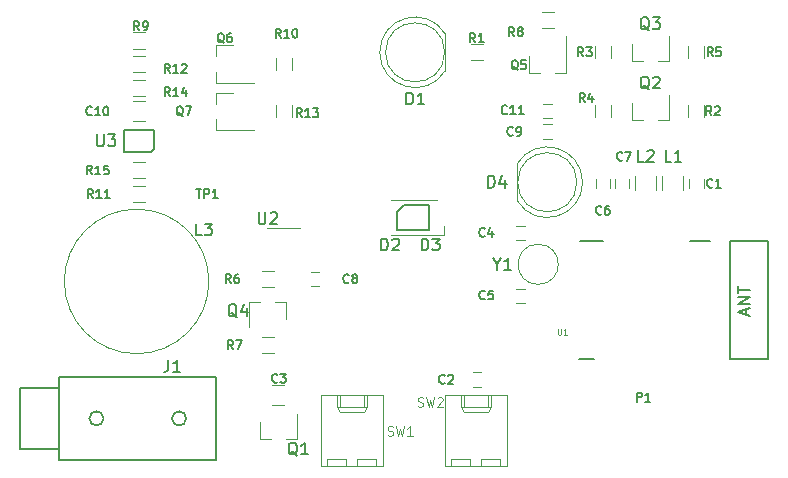
<source format=gto>
G04 #@! TF.GenerationSoftware,KiCad,Pcbnew,5.0.2-bee76a0~70~ubuntu16.04.1*
G04 #@! TF.CreationDate,2019-02-05T22:35:56+05:30*
G04 #@! TF.ProjectId,senseBe_rev1,73656e73-6542-4655-9f72-6576312e6b69,rev?*
G04 #@! TF.SameCoordinates,Original*
G04 #@! TF.FileFunction,Legend,Top*
G04 #@! TF.FilePolarity,Positive*
%FSLAX46Y46*%
G04 Gerber Fmt 4.6, Leading zero omitted, Abs format (unit mm)*
G04 Created by KiCad (PCBNEW 5.0.2-bee76a0~70~ubuntu16.04.1) date Tue Feb  5 22:35:56 2019*
%MOMM*%
%LPD*%
G01*
G04 APERTURE LIST*
%ADD10C,0.120000*%
%ADD11C,0.150000*%
%ADD12C,0.050000*%
%ADD13C,0.127000*%
G04 APERTURE END LIST*
D10*
G04 #@! TO.C,Q3*
X48420000Y-4760000D02*
X49350000Y-4760000D01*
X51580000Y-4760000D02*
X50650000Y-4760000D01*
X51580000Y-4760000D02*
X51580000Y-2600000D01*
X48420000Y-4760000D02*
X48420000Y-3300000D01*
G04 #@! TO.C,R14*
X7200000Y-7680000D02*
X6200000Y-7680000D01*
X6200000Y-6320000D02*
X7200000Y-6320000D01*
G04 #@! TO.C,U2*
X20300000Y-18840000D02*
X17540000Y-18840000D01*
G04 #@! TO.C,C10*
X6200000Y-9850000D02*
X7200000Y-9850000D01*
X7200000Y-8150000D02*
X6200000Y-8150000D01*
D11*
G04 #@! TO.C,U1*
X59999600Y-30003800D02*
X56748400Y-30003800D01*
X43997600Y-30003800D02*
X45267600Y-30003800D01*
X44023000Y-19996200D02*
X45953400Y-19996200D01*
X59999600Y-19996200D02*
X56748400Y-19996200D01*
X53319400Y-19996200D02*
X55072000Y-19996200D01*
X60000000Y-20000000D02*
X60000000Y-30000000D01*
X56750000Y-30000000D02*
X56750000Y-20000000D01*
G04 #@! TO.C,J1*
X3700000Y-35000000D02*
G75*
G03X3700000Y-35000000I-600000J0D01*
G01*
X10700000Y-35000000D02*
G75*
G03X10700000Y-35000000I-600000J0D01*
G01*
X13250000Y-38500000D02*
X13250000Y-31500000D01*
X13250000Y-31500000D02*
X-50000Y-31500000D01*
X-50000Y-31500000D02*
X-50000Y-38500000D01*
X-50000Y-38500000D02*
X13250000Y-38500000D01*
X-3400000Y-37600000D02*
X-3400000Y-32400000D01*
X-3400000Y-37600000D02*
X-50000Y-37600000D01*
X-3400000Y-32400000D02*
X-50000Y-32400000D01*
D10*
G04 #@! TO.C,D3*
X32500000Y-18700000D02*
X32500000Y-19500000D01*
X32500044Y-19500000D02*
X28050000Y-19500000D01*
X31950000Y-16500000D02*
X28050000Y-16500000D01*
G04 #@! TO.C,C1*
X54500000Y-14750000D02*
X54500000Y-15450000D01*
X53300000Y-15450000D02*
X53300000Y-14750000D01*
G04 #@! TO.C,C2*
X35650000Y-32300000D02*
X34950000Y-32300000D01*
X34950000Y-31100000D02*
X35650000Y-31100000D01*
G04 #@! TO.C,C4*
X38650000Y-18700000D02*
X39350000Y-18700000D01*
X39350000Y-19900000D02*
X38650000Y-19900000D01*
G04 #@! TO.C,C5*
X39350000Y-25200000D02*
X38650000Y-25200000D01*
X38650000Y-24000000D02*
X39350000Y-24000000D01*
G04 #@! TO.C,C6*
X45400000Y-15450000D02*
X45400000Y-14750000D01*
X46600000Y-14750000D02*
X46600000Y-15450000D01*
G04 #@! TO.C,C7*
X47000000Y-15450000D02*
X47000000Y-14750000D01*
X48200000Y-14750000D02*
X48200000Y-15450000D01*
G04 #@! TO.C,C8*
X21250000Y-22600000D02*
X21950000Y-22600000D01*
X21950000Y-23800000D02*
X21250000Y-23800000D01*
G04 #@! TO.C,C9*
X41650000Y-11300000D02*
X40950000Y-11300000D01*
X40950000Y-10100000D02*
X41650000Y-10100000D01*
G04 #@! TO.C,C11*
X40950000Y-8400000D02*
X41650000Y-8400000D01*
X41650000Y-9600000D02*
X40950000Y-9600000D01*
G04 #@! TO.C,D1*
X32640000Y-5545000D02*
X32640000Y-2455000D01*
X32580000Y-4000000D02*
G75*
G03X32580000Y-4000000I-2500000J0D01*
G01*
X27090000Y-4000462D02*
G75*
G02X32640000Y-2455170I2990000J462D01*
G01*
X27090000Y-3999538D02*
G75*
G03X32640000Y-5544830I2990000J-462D01*
G01*
D11*
G04 #@! TO.C,D2*
X28572000Y-17534000D02*
X28572000Y-19034000D01*
X29172000Y-16934000D02*
X28572000Y-17534000D01*
X28572000Y-19034000D02*
X31272000Y-19034000D01*
X31272000Y-19034000D02*
X31272000Y-16934000D01*
X31272000Y-16934000D02*
X29172000Y-16934000D01*
D10*
G04 #@! TO.C,D4*
X44260000Y-15000462D02*
G75*
G03X38710000Y-13455170I-2990000J462D01*
G01*
X44260000Y-14999538D02*
G75*
G02X38710000Y-16544830I-2990000J-462D01*
G01*
X43770000Y-15000000D02*
G75*
G03X43770000Y-15000000I-2500000J0D01*
G01*
X38710000Y-13455000D02*
X38710000Y-16545000D01*
G04 #@! TO.C,Q1*
X16920000Y-36760000D02*
X17850000Y-36760000D01*
X20080000Y-36760000D02*
X19150000Y-36760000D01*
X20080000Y-36760000D02*
X20080000Y-34600000D01*
X16920000Y-36760000D02*
X16920000Y-35300000D01*
G04 #@! TO.C,Q2*
X48420000Y-9760000D02*
X48420000Y-8300000D01*
X51580000Y-9760000D02*
X51580000Y-7600000D01*
X51580000Y-9760000D02*
X50650000Y-9760000D01*
X48420000Y-9760000D02*
X49350000Y-9760000D01*
G04 #@! TO.C,Q4*
X19180000Y-25140000D02*
X19180000Y-26600000D01*
X16020000Y-25140000D02*
X16020000Y-27300000D01*
X16020000Y-25140000D02*
X16950000Y-25140000D01*
X19180000Y-25140000D02*
X18250000Y-25140000D01*
G04 #@! TO.C,Q5*
X39720000Y-5760000D02*
X39720000Y-4300000D01*
X42880000Y-5760000D02*
X42880000Y-2600000D01*
X42880000Y-5760000D02*
X41950000Y-5760000D01*
X39720000Y-5760000D02*
X40650000Y-5760000D01*
G04 #@! TO.C,Q6*
X13240000Y-3420000D02*
X13240000Y-4350000D01*
X13240000Y-6580000D02*
X13240000Y-5650000D01*
X13240000Y-6580000D02*
X16400000Y-6580000D01*
X13240000Y-3420000D02*
X14700000Y-3420000D01*
G04 #@! TO.C,Q7*
X13240000Y-7420000D02*
X14700000Y-7420000D01*
X13240000Y-10580000D02*
X16400000Y-10580000D01*
X13240000Y-10580000D02*
X13240000Y-9650000D01*
X13240000Y-7420000D02*
X13240000Y-8350000D01*
G04 #@! TO.C,R1*
X34800000Y-3320000D02*
X35800000Y-3320000D01*
X35800000Y-4680000D02*
X34800000Y-4680000D01*
G04 #@! TO.C,R2*
X53220000Y-9500000D02*
X53220000Y-8500000D01*
X54580000Y-8500000D02*
X54580000Y-9500000D01*
G04 #@! TO.C,R3*
X46680000Y-3500000D02*
X46680000Y-4500000D01*
X45320000Y-4500000D02*
X45320000Y-3500000D01*
G04 #@! TO.C,R4*
X45320000Y-9500000D02*
X45320000Y-8500000D01*
X46680000Y-8500000D02*
X46680000Y-9500000D01*
G04 #@! TO.C,R5*
X54580000Y-3500000D02*
X54580000Y-4500000D01*
X53220000Y-4500000D02*
X53220000Y-3500000D01*
G04 #@! TO.C,R6*
X17100000Y-22520000D02*
X18100000Y-22520000D01*
X18100000Y-23880000D02*
X17100000Y-23880000D01*
G04 #@! TO.C,R7*
X17100000Y-28120000D02*
X18100000Y-28120000D01*
X18100000Y-29480000D02*
X17100000Y-29480000D01*
G04 #@! TO.C,R8*
X40800000Y-620000D02*
X41800000Y-620000D01*
X41800000Y-1980000D02*
X40800000Y-1980000D01*
G04 #@! TO.C,R9*
X7200000Y-3680000D02*
X6200000Y-3680000D01*
X6200000Y-2320000D02*
X7200000Y-2320000D01*
G04 #@! TO.C,R10*
X19680000Y-4500000D02*
X19680000Y-5500000D01*
X18320000Y-5500000D02*
X18320000Y-4500000D01*
G04 #@! TO.C,R11*
X7200000Y-16680000D02*
X6200000Y-16680000D01*
X6200000Y-15320000D02*
X7200000Y-15320000D01*
G04 #@! TO.C,R12*
X6200000Y-4320000D02*
X7200000Y-4320000D01*
X7200000Y-5680000D02*
X6200000Y-5680000D01*
G04 #@! TO.C,R13*
X18320000Y-9500000D02*
X18320000Y-8500000D01*
X19680000Y-8500000D02*
X19680000Y-9500000D01*
G04 #@! TO.C,R15*
X6200000Y-13320000D02*
X7200000Y-13320000D01*
X7200000Y-14680000D02*
X6200000Y-14680000D01*
G04 #@! TO.C,SW1*
X22660000Y-38400000D02*
X22660000Y-39020000D01*
X24260000Y-38400000D02*
X22660000Y-38400000D01*
X24260000Y-39020000D02*
X24260000Y-38400000D01*
X25200000Y-38400000D02*
X25200000Y-39020000D01*
X26800000Y-38400000D02*
X25200000Y-38400000D01*
X26800000Y-39020000D02*
X26800000Y-38400000D01*
X23710000Y-33020000D02*
X23710000Y-34020000D01*
X25750000Y-33020000D02*
X25750000Y-34020000D01*
X23710000Y-34450000D02*
X23460000Y-34020000D01*
X25750000Y-34450000D02*
X23710000Y-34450000D01*
X26000000Y-34020000D02*
X25750000Y-34450000D01*
X23460000Y-34020000D02*
X23460000Y-33020000D01*
X26000000Y-34020000D02*
X23460000Y-34020000D01*
X26000000Y-33020000D02*
X26000000Y-34020000D01*
X22090000Y-39020000D02*
X27370000Y-39020000D01*
X22090000Y-33020000D02*
X22090000Y-39020000D01*
X27370000Y-33020000D02*
X22090000Y-33020000D01*
X27370000Y-39020000D02*
X27370000Y-33020000D01*
G04 #@! TO.C,SW2*
X37870000Y-39020000D02*
X37870000Y-33020000D01*
X37870000Y-33020000D02*
X32590000Y-33020000D01*
X32590000Y-33020000D02*
X32590000Y-39020000D01*
X32590000Y-39020000D02*
X37870000Y-39020000D01*
X36500000Y-33020000D02*
X36500000Y-34020000D01*
X36500000Y-34020000D02*
X33960000Y-34020000D01*
X33960000Y-34020000D02*
X33960000Y-33020000D01*
X36500000Y-34020000D02*
X36250000Y-34450000D01*
X36250000Y-34450000D02*
X34210000Y-34450000D01*
X34210000Y-34450000D02*
X33960000Y-34020000D01*
X36250000Y-33020000D02*
X36250000Y-34020000D01*
X34210000Y-33020000D02*
X34210000Y-34020000D01*
X37300000Y-39020000D02*
X37300000Y-38400000D01*
X37300000Y-38400000D02*
X35700000Y-38400000D01*
X35700000Y-38400000D02*
X35700000Y-39020000D01*
X34760000Y-39020000D02*
X34760000Y-38400000D01*
X34760000Y-38400000D02*
X33160000Y-38400000D01*
X33160000Y-38400000D02*
X33160000Y-39020000D01*
D11*
G04 #@! TO.C,U3*
X7700000Y-12400000D02*
X8000000Y-12200000D01*
X8000000Y-12200000D02*
X8000000Y-10600000D01*
X7700000Y-12400000D02*
X5400000Y-12400000D01*
X5400000Y-12400000D02*
X5400000Y-10600000D01*
X5400000Y-10600000D02*
X8000000Y-10600000D01*
D10*
G04 #@! TO.C,Y1*
X40500000Y-23650000D02*
G75*
G03X40500000Y-20250000I0J1700000D01*
G01*
X40500000Y-23650000D02*
G75*
G02X40500000Y-20250000I0J1700000D01*
G01*
G04 #@! TO.C,C3*
X18000000Y-33850000D02*
X19000000Y-33850000D01*
X19000000Y-32150000D02*
X18000000Y-32150000D01*
G04 #@! TO.C,L1*
X51020000Y-15700000D02*
X51020000Y-14500000D01*
X52780000Y-14500000D02*
X52780000Y-15700000D01*
G04 #@! TO.C,L2*
X48720000Y-15700000D02*
X48720000Y-14500000D01*
X50480000Y-14500000D02*
X50480000Y-15700000D01*
G04 #@! TO.C,L3*
X12620000Y-23400000D02*
G75*
G03X12620000Y-23400000I-6120000J0D01*
G01*
G04 #@! TO.C,Q3*
D11*
X49904761Y-2147619D02*
X49809523Y-2100000D01*
X49714285Y-2004761D01*
X49571428Y-1861904D01*
X49476190Y-1814285D01*
X49380952Y-1814285D01*
X49428571Y-2052380D02*
X49333333Y-2004761D01*
X49238095Y-1909523D01*
X49190476Y-1719047D01*
X49190476Y-1385714D01*
X49238095Y-1195238D01*
X49333333Y-1100000D01*
X49428571Y-1052380D01*
X49619047Y-1052380D01*
X49714285Y-1100000D01*
X49809523Y-1195238D01*
X49857142Y-1385714D01*
X49857142Y-1719047D01*
X49809523Y-1909523D01*
X49714285Y-2004761D01*
X49619047Y-2052380D01*
X49428571Y-2052380D01*
X50190476Y-1052380D02*
X50809523Y-1052380D01*
X50476190Y-1433333D01*
X50619047Y-1433333D01*
X50714285Y-1480952D01*
X50761904Y-1528571D01*
X50809523Y-1623809D01*
X50809523Y-1861904D01*
X50761904Y-1957142D01*
X50714285Y-2004761D01*
X50619047Y-2052380D01*
X50333333Y-2052380D01*
X50238095Y-2004761D01*
X50190476Y-1957142D01*
G04 #@! TO.C,R14*
X9317857Y-7729285D02*
X9067857Y-7372142D01*
X8889285Y-7729285D02*
X8889285Y-6979285D01*
X9175000Y-6979285D01*
X9246428Y-7015000D01*
X9282142Y-7050714D01*
X9317857Y-7122142D01*
X9317857Y-7229285D01*
X9282142Y-7300714D01*
X9246428Y-7336428D01*
X9175000Y-7372142D01*
X8889285Y-7372142D01*
X10032142Y-7729285D02*
X9603571Y-7729285D01*
X9817857Y-7729285D02*
X9817857Y-6979285D01*
X9746428Y-7086428D01*
X9675000Y-7157857D01*
X9603571Y-7193571D01*
X10675000Y-7229285D02*
X10675000Y-7729285D01*
X10496428Y-6943571D02*
X10317857Y-7479285D01*
X10782142Y-7479285D01*
G04 #@! TO.C,U2*
X16838095Y-17552380D02*
X16838095Y-18361904D01*
X16885714Y-18457142D01*
X16933333Y-18504761D01*
X17028571Y-18552380D01*
X17219047Y-18552380D01*
X17314285Y-18504761D01*
X17361904Y-18457142D01*
X17409523Y-18361904D01*
X17409523Y-17552380D01*
X17838095Y-17647619D02*
X17885714Y-17600000D01*
X17980952Y-17552380D01*
X18219047Y-17552380D01*
X18314285Y-17600000D01*
X18361904Y-17647619D01*
X18409523Y-17742857D01*
X18409523Y-17838095D01*
X18361904Y-17980952D01*
X17790476Y-18552380D01*
X18409523Y-18552380D01*
G04 #@! TO.C,C10*
X2692857Y-9267857D02*
X2657142Y-9303571D01*
X2550000Y-9339285D01*
X2478571Y-9339285D01*
X2371428Y-9303571D01*
X2300000Y-9232142D01*
X2264285Y-9160714D01*
X2228571Y-9017857D01*
X2228571Y-8910714D01*
X2264285Y-8767857D01*
X2300000Y-8696428D01*
X2371428Y-8625000D01*
X2478571Y-8589285D01*
X2550000Y-8589285D01*
X2657142Y-8625000D01*
X2692857Y-8660714D01*
X3407142Y-9339285D02*
X2978571Y-9339285D01*
X3192857Y-9339285D02*
X3192857Y-8589285D01*
X3121428Y-8696428D01*
X3050000Y-8767857D01*
X2978571Y-8803571D01*
X3871428Y-8589285D02*
X3942857Y-8589285D01*
X4014285Y-8625000D01*
X4050000Y-8660714D01*
X4085714Y-8732142D01*
X4121428Y-8875000D01*
X4121428Y-9053571D01*
X4085714Y-9196428D01*
X4050000Y-9267857D01*
X4014285Y-9303571D01*
X3942857Y-9339285D01*
X3871428Y-9339285D01*
X3800000Y-9303571D01*
X3764285Y-9267857D01*
X3728571Y-9196428D01*
X3692857Y-9053571D01*
X3692857Y-8875000D01*
X3728571Y-8732142D01*
X3764285Y-8660714D01*
X3800000Y-8625000D01*
X3871428Y-8589285D01*
G04 #@! TO.C,U1*
D12*
X42164047Y-27412190D02*
X42164047Y-27816952D01*
X42187857Y-27864571D01*
X42211666Y-27888380D01*
X42259285Y-27912190D01*
X42354523Y-27912190D01*
X42402142Y-27888380D01*
X42425952Y-27864571D01*
X42449761Y-27816952D01*
X42449761Y-27412190D01*
X42949761Y-27912190D02*
X42664047Y-27912190D01*
X42806904Y-27912190D02*
X42806904Y-27412190D01*
X42759285Y-27483619D01*
X42711666Y-27531238D01*
X42664047Y-27555047D01*
D11*
X58116666Y-26192857D02*
X58116666Y-25716666D01*
X58402380Y-26288095D02*
X57402380Y-25954761D01*
X58402380Y-25621428D01*
X58402380Y-25288095D02*
X57402380Y-25288095D01*
X58402380Y-24716666D01*
X57402380Y-24716666D01*
X57402380Y-24383333D02*
X57402380Y-23811904D01*
X58402380Y-24097619D02*
X57402380Y-24097619D01*
G04 #@! TO.C,J1*
X9191666Y-30059380D02*
X9191666Y-30773666D01*
X9144047Y-30916523D01*
X9048809Y-31011761D01*
X8905952Y-31059380D01*
X8810714Y-31059380D01*
X10191666Y-31059380D02*
X9620238Y-31059380D01*
X9905952Y-31059380D02*
X9905952Y-30059380D01*
X9810714Y-30202238D01*
X9715476Y-30297476D01*
X9620238Y-30345095D01*
G04 #@! TO.C,D3*
X30630904Y-20772380D02*
X30630904Y-19772380D01*
X30869000Y-19772380D01*
X31011857Y-19820000D01*
X31107095Y-19915238D01*
X31154714Y-20010476D01*
X31202333Y-20200952D01*
X31202333Y-20343809D01*
X31154714Y-20534285D01*
X31107095Y-20629523D01*
X31011857Y-20724761D01*
X30869000Y-20772380D01*
X30630904Y-20772380D01*
X31535666Y-19772380D02*
X32154714Y-19772380D01*
X31821380Y-20153333D01*
X31964238Y-20153333D01*
X32059476Y-20200952D01*
X32107095Y-20248571D01*
X32154714Y-20343809D01*
X32154714Y-20581904D01*
X32107095Y-20677142D01*
X32059476Y-20724761D01*
X31964238Y-20772380D01*
X31678523Y-20772380D01*
X31583285Y-20724761D01*
X31535666Y-20677142D01*
G04 #@! TO.C,C1*
X55247000Y-15380857D02*
X55211285Y-15416571D01*
X55104142Y-15452285D01*
X55032714Y-15452285D01*
X54925571Y-15416571D01*
X54854142Y-15345142D01*
X54818428Y-15273714D01*
X54782714Y-15130857D01*
X54782714Y-15023714D01*
X54818428Y-14880857D01*
X54854142Y-14809428D01*
X54925571Y-14738000D01*
X55032714Y-14702285D01*
X55104142Y-14702285D01*
X55211285Y-14738000D01*
X55247000Y-14773714D01*
X55961285Y-15452285D02*
X55532714Y-15452285D01*
X55747000Y-15452285D02*
X55747000Y-14702285D01*
X55675571Y-14809428D01*
X55604142Y-14880857D01*
X55532714Y-14916571D01*
G04 #@! TO.C,C2*
X32575000Y-31987857D02*
X32539285Y-32023571D01*
X32432142Y-32059285D01*
X32360714Y-32059285D01*
X32253571Y-32023571D01*
X32182142Y-31952142D01*
X32146428Y-31880714D01*
X32110714Y-31737857D01*
X32110714Y-31630714D01*
X32146428Y-31487857D01*
X32182142Y-31416428D01*
X32253571Y-31345000D01*
X32360714Y-31309285D01*
X32432142Y-31309285D01*
X32539285Y-31345000D01*
X32575000Y-31380714D01*
X32860714Y-31380714D02*
X32896428Y-31345000D01*
X32967857Y-31309285D01*
X33146428Y-31309285D01*
X33217857Y-31345000D01*
X33253571Y-31380714D01*
X33289285Y-31452142D01*
X33289285Y-31523571D01*
X33253571Y-31630714D01*
X32825000Y-32059285D01*
X33289285Y-32059285D01*
G04 #@! TO.C,C4*
X35975000Y-19547857D02*
X35939285Y-19583571D01*
X35832142Y-19619285D01*
X35760714Y-19619285D01*
X35653571Y-19583571D01*
X35582142Y-19512142D01*
X35546428Y-19440714D01*
X35510714Y-19297857D01*
X35510714Y-19190714D01*
X35546428Y-19047857D01*
X35582142Y-18976428D01*
X35653571Y-18905000D01*
X35760714Y-18869285D01*
X35832142Y-18869285D01*
X35939285Y-18905000D01*
X35975000Y-18940714D01*
X36617857Y-19119285D02*
X36617857Y-19619285D01*
X36439285Y-18833571D02*
X36260714Y-19369285D01*
X36725000Y-19369285D01*
G04 #@! TO.C,C5*
X35975000Y-24847857D02*
X35939285Y-24883571D01*
X35832142Y-24919285D01*
X35760714Y-24919285D01*
X35653571Y-24883571D01*
X35582142Y-24812142D01*
X35546428Y-24740714D01*
X35510714Y-24597857D01*
X35510714Y-24490714D01*
X35546428Y-24347857D01*
X35582142Y-24276428D01*
X35653571Y-24205000D01*
X35760714Y-24169285D01*
X35832142Y-24169285D01*
X35939285Y-24205000D01*
X35975000Y-24240714D01*
X36653571Y-24169285D02*
X36296428Y-24169285D01*
X36260714Y-24526428D01*
X36296428Y-24490714D01*
X36367857Y-24455000D01*
X36546428Y-24455000D01*
X36617857Y-24490714D01*
X36653571Y-24526428D01*
X36689285Y-24597857D01*
X36689285Y-24776428D01*
X36653571Y-24847857D01*
X36617857Y-24883571D01*
X36546428Y-24919285D01*
X36367857Y-24919285D01*
X36296428Y-24883571D01*
X36260714Y-24847857D01*
G04 #@! TO.C,C6*
X45849000Y-17666857D02*
X45813285Y-17702571D01*
X45706142Y-17738285D01*
X45634714Y-17738285D01*
X45527571Y-17702571D01*
X45456142Y-17631142D01*
X45420428Y-17559714D01*
X45384714Y-17416857D01*
X45384714Y-17309714D01*
X45420428Y-17166857D01*
X45456142Y-17095428D01*
X45527571Y-17024000D01*
X45634714Y-16988285D01*
X45706142Y-16988285D01*
X45813285Y-17024000D01*
X45849000Y-17059714D01*
X46491857Y-16988285D02*
X46349000Y-16988285D01*
X46277571Y-17024000D01*
X46241857Y-17059714D01*
X46170428Y-17166857D01*
X46134714Y-17309714D01*
X46134714Y-17595428D01*
X46170428Y-17666857D01*
X46206142Y-17702571D01*
X46277571Y-17738285D01*
X46420428Y-17738285D01*
X46491857Y-17702571D01*
X46527571Y-17666857D01*
X46563285Y-17595428D01*
X46563285Y-17416857D01*
X46527571Y-17345428D01*
X46491857Y-17309714D01*
X46420428Y-17274000D01*
X46277571Y-17274000D01*
X46206142Y-17309714D01*
X46170428Y-17345428D01*
X46134714Y-17416857D01*
G04 #@! TO.C,C7*
X47627000Y-13094857D02*
X47591285Y-13130571D01*
X47484142Y-13166285D01*
X47412714Y-13166285D01*
X47305571Y-13130571D01*
X47234142Y-13059142D01*
X47198428Y-12987714D01*
X47162714Y-12844857D01*
X47162714Y-12737714D01*
X47198428Y-12594857D01*
X47234142Y-12523428D01*
X47305571Y-12452000D01*
X47412714Y-12416285D01*
X47484142Y-12416285D01*
X47591285Y-12452000D01*
X47627000Y-12487714D01*
X47877000Y-12416285D02*
X48377000Y-12416285D01*
X48055571Y-13166285D01*
G04 #@! TO.C,C8*
X24475000Y-23467857D02*
X24439285Y-23503571D01*
X24332142Y-23539285D01*
X24260714Y-23539285D01*
X24153571Y-23503571D01*
X24082142Y-23432142D01*
X24046428Y-23360714D01*
X24010714Y-23217857D01*
X24010714Y-23110714D01*
X24046428Y-22967857D01*
X24082142Y-22896428D01*
X24153571Y-22825000D01*
X24260714Y-22789285D01*
X24332142Y-22789285D01*
X24439285Y-22825000D01*
X24475000Y-22860714D01*
X24903571Y-23110714D02*
X24832142Y-23075000D01*
X24796428Y-23039285D01*
X24760714Y-22967857D01*
X24760714Y-22932142D01*
X24796428Y-22860714D01*
X24832142Y-22825000D01*
X24903571Y-22789285D01*
X25046428Y-22789285D01*
X25117857Y-22825000D01*
X25153571Y-22860714D01*
X25189285Y-22932142D01*
X25189285Y-22967857D01*
X25153571Y-23039285D01*
X25117857Y-23075000D01*
X25046428Y-23110714D01*
X24903571Y-23110714D01*
X24832142Y-23146428D01*
X24796428Y-23182142D01*
X24760714Y-23253571D01*
X24760714Y-23396428D01*
X24796428Y-23467857D01*
X24832142Y-23503571D01*
X24903571Y-23539285D01*
X25046428Y-23539285D01*
X25117857Y-23503571D01*
X25153571Y-23467857D01*
X25189285Y-23396428D01*
X25189285Y-23253571D01*
X25153571Y-23182142D01*
X25117857Y-23146428D01*
X25046428Y-23110714D01*
G04 #@! TO.C,C9*
X38356000Y-10987857D02*
X38320285Y-11023571D01*
X38213142Y-11059285D01*
X38141714Y-11059285D01*
X38034571Y-11023571D01*
X37963142Y-10952142D01*
X37927428Y-10880714D01*
X37891714Y-10737857D01*
X37891714Y-10630714D01*
X37927428Y-10487857D01*
X37963142Y-10416428D01*
X38034571Y-10345000D01*
X38141714Y-10309285D01*
X38213142Y-10309285D01*
X38320285Y-10345000D01*
X38356000Y-10380714D01*
X38713142Y-11059285D02*
X38856000Y-11059285D01*
X38927428Y-11023571D01*
X38963142Y-10987857D01*
X39034571Y-10880714D01*
X39070285Y-10737857D01*
X39070285Y-10452142D01*
X39034571Y-10380714D01*
X38998857Y-10345000D01*
X38927428Y-10309285D01*
X38784571Y-10309285D01*
X38713142Y-10345000D01*
X38677428Y-10380714D01*
X38641714Y-10452142D01*
X38641714Y-10630714D01*
X38677428Y-10702142D01*
X38713142Y-10737857D01*
X38784571Y-10773571D01*
X38927428Y-10773571D01*
X38998857Y-10737857D01*
X39034571Y-10702142D01*
X39070285Y-10630714D01*
G04 #@! TO.C,C11*
X37871857Y-9157857D02*
X37836142Y-9193571D01*
X37729000Y-9229285D01*
X37657571Y-9229285D01*
X37550428Y-9193571D01*
X37479000Y-9122142D01*
X37443285Y-9050714D01*
X37407571Y-8907857D01*
X37407571Y-8800714D01*
X37443285Y-8657857D01*
X37479000Y-8586428D01*
X37550428Y-8515000D01*
X37657571Y-8479285D01*
X37729000Y-8479285D01*
X37836142Y-8515000D01*
X37871857Y-8550714D01*
X38586142Y-9229285D02*
X38157571Y-9229285D01*
X38371857Y-9229285D02*
X38371857Y-8479285D01*
X38300428Y-8586428D01*
X38229000Y-8657857D01*
X38157571Y-8693571D01*
X39300428Y-9229285D02*
X38871857Y-9229285D01*
X39086142Y-9229285D02*
X39086142Y-8479285D01*
X39014714Y-8586428D01*
X38943285Y-8657857D01*
X38871857Y-8693571D01*
G04 #@! TO.C,D1*
X29341904Y-8412380D02*
X29341904Y-7412380D01*
X29580000Y-7412380D01*
X29722857Y-7460000D01*
X29818095Y-7555238D01*
X29865714Y-7650476D01*
X29913333Y-7840952D01*
X29913333Y-7983809D01*
X29865714Y-8174285D01*
X29818095Y-8269523D01*
X29722857Y-8364761D01*
X29580000Y-8412380D01*
X29341904Y-8412380D01*
X30865714Y-8412380D02*
X30294285Y-8412380D01*
X30580000Y-8412380D02*
X30580000Y-7412380D01*
X30484761Y-7555238D01*
X30389523Y-7650476D01*
X30294285Y-7698095D01*
G04 #@! TO.C,D2*
X27201904Y-20772380D02*
X27201904Y-19772380D01*
X27440000Y-19772380D01*
X27582857Y-19820000D01*
X27678095Y-19915238D01*
X27725714Y-20010476D01*
X27773333Y-20200952D01*
X27773333Y-20343809D01*
X27725714Y-20534285D01*
X27678095Y-20629523D01*
X27582857Y-20724761D01*
X27440000Y-20772380D01*
X27201904Y-20772380D01*
X28154285Y-19867619D02*
X28201904Y-19820000D01*
X28297142Y-19772380D01*
X28535238Y-19772380D01*
X28630476Y-19820000D01*
X28678095Y-19867619D01*
X28725714Y-19962857D01*
X28725714Y-20058095D01*
X28678095Y-20200952D01*
X28106666Y-20772380D01*
X28725714Y-20772380D01*
G04 #@! TO.C,D4*
X36261904Y-15452380D02*
X36261904Y-14452380D01*
X36500000Y-14452380D01*
X36642857Y-14500000D01*
X36738095Y-14595238D01*
X36785714Y-14690476D01*
X36833333Y-14880952D01*
X36833333Y-15023809D01*
X36785714Y-15214285D01*
X36738095Y-15309523D01*
X36642857Y-15404761D01*
X36500000Y-15452380D01*
X36261904Y-15452380D01*
X37690476Y-14785714D02*
X37690476Y-15452380D01*
X37452380Y-14404761D02*
X37214285Y-15119047D01*
X37833333Y-15119047D01*
G04 #@! TO.C,P1*
D13*
X48837571Y-33574712D02*
X48837571Y-32812712D01*
X49127857Y-32812712D01*
X49200428Y-32848998D01*
X49236714Y-32885283D01*
X49273000Y-32957855D01*
X49273000Y-33066712D01*
X49236714Y-33139283D01*
X49200428Y-33175569D01*
X49127857Y-33211855D01*
X48837571Y-33211855D01*
X49998714Y-33574712D02*
X49563285Y-33574712D01*
X49781000Y-33574712D02*
X49781000Y-32812712D01*
X49708428Y-32921569D01*
X49635857Y-32994140D01*
X49563285Y-33030426D01*
G04 #@! TO.C,Q1*
D11*
X20097761Y-38139619D02*
X20002523Y-38092000D01*
X19907285Y-37996761D01*
X19764428Y-37853904D01*
X19669190Y-37806285D01*
X19573952Y-37806285D01*
X19621571Y-38044380D02*
X19526333Y-37996761D01*
X19431095Y-37901523D01*
X19383476Y-37711047D01*
X19383476Y-37377714D01*
X19431095Y-37187238D01*
X19526333Y-37092000D01*
X19621571Y-37044380D01*
X19812047Y-37044380D01*
X19907285Y-37092000D01*
X20002523Y-37187238D01*
X20050142Y-37377714D01*
X20050142Y-37711047D01*
X20002523Y-37901523D01*
X19907285Y-37996761D01*
X19812047Y-38044380D01*
X19621571Y-38044380D01*
X21002523Y-38044380D02*
X20431095Y-38044380D01*
X20716809Y-38044380D02*
X20716809Y-37044380D01*
X20621571Y-37187238D01*
X20526333Y-37282476D01*
X20431095Y-37330095D01*
G04 #@! TO.C,Q2*
X49904761Y-7147619D02*
X49809523Y-7100000D01*
X49714285Y-7004761D01*
X49571428Y-6861904D01*
X49476190Y-6814285D01*
X49380952Y-6814285D01*
X49428571Y-7052380D02*
X49333333Y-7004761D01*
X49238095Y-6909523D01*
X49190476Y-6719047D01*
X49190476Y-6385714D01*
X49238095Y-6195238D01*
X49333333Y-6100000D01*
X49428571Y-6052380D01*
X49619047Y-6052380D01*
X49714285Y-6100000D01*
X49809523Y-6195238D01*
X49857142Y-6385714D01*
X49857142Y-6719047D01*
X49809523Y-6909523D01*
X49714285Y-7004761D01*
X49619047Y-7052380D01*
X49428571Y-7052380D01*
X50238095Y-6147619D02*
X50285714Y-6100000D01*
X50380952Y-6052380D01*
X50619047Y-6052380D01*
X50714285Y-6100000D01*
X50761904Y-6147619D01*
X50809523Y-6242857D01*
X50809523Y-6338095D01*
X50761904Y-6480952D01*
X50190476Y-7052380D01*
X50809523Y-7052380D01*
G04 #@! TO.C,Q4*
X15004761Y-26447619D02*
X14909523Y-26400000D01*
X14814285Y-26304761D01*
X14671428Y-26161904D01*
X14576190Y-26114285D01*
X14480952Y-26114285D01*
X14528571Y-26352380D02*
X14433333Y-26304761D01*
X14338095Y-26209523D01*
X14290476Y-26019047D01*
X14290476Y-25685714D01*
X14338095Y-25495238D01*
X14433333Y-25400000D01*
X14528571Y-25352380D01*
X14719047Y-25352380D01*
X14814285Y-25400000D01*
X14909523Y-25495238D01*
X14957142Y-25685714D01*
X14957142Y-26019047D01*
X14909523Y-26209523D01*
X14814285Y-26304761D01*
X14719047Y-26352380D01*
X14528571Y-26352380D01*
X15814285Y-25685714D02*
X15814285Y-26352380D01*
X15576190Y-25304761D02*
X15338095Y-26019047D01*
X15957142Y-26019047D01*
G04 #@! TO.C,Q5*
X38790571Y-5490714D02*
X38719142Y-5455000D01*
X38647714Y-5383571D01*
X38540571Y-5276428D01*
X38469142Y-5240714D01*
X38397714Y-5240714D01*
X38433428Y-5419285D02*
X38362000Y-5383571D01*
X38290571Y-5312142D01*
X38254857Y-5169285D01*
X38254857Y-4919285D01*
X38290571Y-4776428D01*
X38362000Y-4705000D01*
X38433428Y-4669285D01*
X38576285Y-4669285D01*
X38647714Y-4705000D01*
X38719142Y-4776428D01*
X38754857Y-4919285D01*
X38754857Y-5169285D01*
X38719142Y-5312142D01*
X38647714Y-5383571D01*
X38576285Y-5419285D01*
X38433428Y-5419285D01*
X39433428Y-4669285D02*
X39076285Y-4669285D01*
X39040571Y-5026428D01*
X39076285Y-4990714D01*
X39147714Y-4955000D01*
X39326285Y-4955000D01*
X39397714Y-4990714D01*
X39433428Y-5026428D01*
X39469142Y-5097857D01*
X39469142Y-5276428D01*
X39433428Y-5347857D01*
X39397714Y-5383571D01*
X39326285Y-5419285D01*
X39147714Y-5419285D01*
X39076285Y-5383571D01*
X39040571Y-5347857D01*
G04 #@! TO.C,Q6*
X13898571Y-3204714D02*
X13827142Y-3169000D01*
X13755714Y-3097571D01*
X13648571Y-2990428D01*
X13577142Y-2954714D01*
X13505714Y-2954714D01*
X13541428Y-3133285D02*
X13470000Y-3097571D01*
X13398571Y-3026142D01*
X13362857Y-2883285D01*
X13362857Y-2633285D01*
X13398571Y-2490428D01*
X13470000Y-2419000D01*
X13541428Y-2383285D01*
X13684285Y-2383285D01*
X13755714Y-2419000D01*
X13827142Y-2490428D01*
X13862857Y-2633285D01*
X13862857Y-2883285D01*
X13827142Y-3026142D01*
X13755714Y-3097571D01*
X13684285Y-3133285D01*
X13541428Y-3133285D01*
X14505714Y-2383285D02*
X14362857Y-2383285D01*
X14291428Y-2419000D01*
X14255714Y-2454714D01*
X14184285Y-2561857D01*
X14148571Y-2704714D01*
X14148571Y-2990428D01*
X14184285Y-3061857D01*
X14220000Y-3097571D01*
X14291428Y-3133285D01*
X14434285Y-3133285D01*
X14505714Y-3097571D01*
X14541428Y-3061857D01*
X14577142Y-2990428D01*
X14577142Y-2811857D01*
X14541428Y-2740428D01*
X14505714Y-2704714D01*
X14434285Y-2669000D01*
X14291428Y-2669000D01*
X14220000Y-2704714D01*
X14184285Y-2740428D01*
X14148571Y-2811857D01*
G04 #@! TO.C,Q7*
X10428571Y-9410714D02*
X10357142Y-9375000D01*
X10285714Y-9303571D01*
X10178571Y-9196428D01*
X10107142Y-9160714D01*
X10035714Y-9160714D01*
X10071428Y-9339285D02*
X10000000Y-9303571D01*
X9928571Y-9232142D01*
X9892857Y-9089285D01*
X9892857Y-8839285D01*
X9928571Y-8696428D01*
X10000000Y-8625000D01*
X10071428Y-8589285D01*
X10214285Y-8589285D01*
X10285714Y-8625000D01*
X10357142Y-8696428D01*
X10392857Y-8839285D01*
X10392857Y-9089285D01*
X10357142Y-9232142D01*
X10285714Y-9303571D01*
X10214285Y-9339285D01*
X10071428Y-9339285D01*
X10642857Y-8589285D02*
X11142857Y-8589285D01*
X10821428Y-9339285D01*
G04 #@! TO.C,R1*
X35181000Y-3133285D02*
X34931000Y-2776142D01*
X34752428Y-3133285D02*
X34752428Y-2383285D01*
X35038142Y-2383285D01*
X35109571Y-2419000D01*
X35145285Y-2454714D01*
X35181000Y-2526142D01*
X35181000Y-2633285D01*
X35145285Y-2704714D01*
X35109571Y-2740428D01*
X35038142Y-2776142D01*
X34752428Y-2776142D01*
X35895285Y-3133285D02*
X35466714Y-3133285D01*
X35681000Y-3133285D02*
X35681000Y-2383285D01*
X35609571Y-2490428D01*
X35538142Y-2561857D01*
X35466714Y-2597571D01*
G04 #@! TO.C,R2*
X55175000Y-9339285D02*
X54925000Y-8982142D01*
X54746428Y-9339285D02*
X54746428Y-8589285D01*
X55032142Y-8589285D01*
X55103571Y-8625000D01*
X55139285Y-8660714D01*
X55175000Y-8732142D01*
X55175000Y-8839285D01*
X55139285Y-8910714D01*
X55103571Y-8946428D01*
X55032142Y-8982142D01*
X54746428Y-8982142D01*
X55460714Y-8660714D02*
X55496428Y-8625000D01*
X55567857Y-8589285D01*
X55746428Y-8589285D01*
X55817857Y-8625000D01*
X55853571Y-8660714D01*
X55889285Y-8732142D01*
X55889285Y-8803571D01*
X55853571Y-8910714D01*
X55425000Y-9339285D01*
X55889285Y-9339285D01*
G04 #@! TO.C,R3*
X44325000Y-4339285D02*
X44075000Y-3982142D01*
X43896428Y-4339285D02*
X43896428Y-3589285D01*
X44182142Y-3589285D01*
X44253571Y-3625000D01*
X44289285Y-3660714D01*
X44325000Y-3732142D01*
X44325000Y-3839285D01*
X44289285Y-3910714D01*
X44253571Y-3946428D01*
X44182142Y-3982142D01*
X43896428Y-3982142D01*
X44575000Y-3589285D02*
X45039285Y-3589285D01*
X44789285Y-3875000D01*
X44896428Y-3875000D01*
X44967857Y-3910714D01*
X45003571Y-3946428D01*
X45039285Y-4017857D01*
X45039285Y-4196428D01*
X45003571Y-4267857D01*
X44967857Y-4303571D01*
X44896428Y-4339285D01*
X44682142Y-4339285D01*
X44610714Y-4303571D01*
X44575000Y-4267857D01*
G04 #@! TO.C,R4*
X44452000Y-8213285D02*
X44202000Y-7856142D01*
X44023428Y-8213285D02*
X44023428Y-7463285D01*
X44309142Y-7463285D01*
X44380571Y-7499000D01*
X44416285Y-7534714D01*
X44452000Y-7606142D01*
X44452000Y-7713285D01*
X44416285Y-7784714D01*
X44380571Y-7820428D01*
X44309142Y-7856142D01*
X44023428Y-7856142D01*
X45094857Y-7713285D02*
X45094857Y-8213285D01*
X44916285Y-7427571D02*
X44737714Y-7963285D01*
X45202000Y-7963285D01*
G04 #@! TO.C,R5*
X55275000Y-4339285D02*
X55025000Y-3982142D01*
X54846428Y-4339285D02*
X54846428Y-3589285D01*
X55132142Y-3589285D01*
X55203571Y-3625000D01*
X55239285Y-3660714D01*
X55275000Y-3732142D01*
X55275000Y-3839285D01*
X55239285Y-3910714D01*
X55203571Y-3946428D01*
X55132142Y-3982142D01*
X54846428Y-3982142D01*
X55953571Y-3589285D02*
X55596428Y-3589285D01*
X55560714Y-3946428D01*
X55596428Y-3910714D01*
X55667857Y-3875000D01*
X55846428Y-3875000D01*
X55917857Y-3910714D01*
X55953571Y-3946428D01*
X55989285Y-4017857D01*
X55989285Y-4196428D01*
X55953571Y-4267857D01*
X55917857Y-4303571D01*
X55846428Y-4339285D01*
X55667857Y-4339285D01*
X55596428Y-4303571D01*
X55560714Y-4267857D01*
G04 #@! TO.C,R6*
X14475000Y-23539285D02*
X14225000Y-23182142D01*
X14046428Y-23539285D02*
X14046428Y-22789285D01*
X14332142Y-22789285D01*
X14403571Y-22825000D01*
X14439285Y-22860714D01*
X14475000Y-22932142D01*
X14475000Y-23039285D01*
X14439285Y-23110714D01*
X14403571Y-23146428D01*
X14332142Y-23182142D01*
X14046428Y-23182142D01*
X15117857Y-22789285D02*
X14975000Y-22789285D01*
X14903571Y-22825000D01*
X14867857Y-22860714D01*
X14796428Y-22967857D01*
X14760714Y-23110714D01*
X14760714Y-23396428D01*
X14796428Y-23467857D01*
X14832142Y-23503571D01*
X14903571Y-23539285D01*
X15046428Y-23539285D01*
X15117857Y-23503571D01*
X15153571Y-23467857D01*
X15189285Y-23396428D01*
X15189285Y-23217857D01*
X15153571Y-23146428D01*
X15117857Y-23110714D01*
X15046428Y-23075000D01*
X14903571Y-23075000D01*
X14832142Y-23110714D01*
X14796428Y-23146428D01*
X14760714Y-23217857D01*
G04 #@! TO.C,R7*
X14675000Y-29139285D02*
X14425000Y-28782142D01*
X14246428Y-29139285D02*
X14246428Y-28389285D01*
X14532142Y-28389285D01*
X14603571Y-28425000D01*
X14639285Y-28460714D01*
X14675000Y-28532142D01*
X14675000Y-28639285D01*
X14639285Y-28710714D01*
X14603571Y-28746428D01*
X14532142Y-28782142D01*
X14246428Y-28782142D01*
X14925000Y-28389285D02*
X15425000Y-28389285D01*
X15103571Y-29139285D01*
G04 #@! TO.C,R8*
X38483000Y-2625285D02*
X38233000Y-2268142D01*
X38054428Y-2625285D02*
X38054428Y-1875285D01*
X38340142Y-1875285D01*
X38411571Y-1911000D01*
X38447285Y-1946714D01*
X38483000Y-2018142D01*
X38483000Y-2125285D01*
X38447285Y-2196714D01*
X38411571Y-2232428D01*
X38340142Y-2268142D01*
X38054428Y-2268142D01*
X38911571Y-2196714D02*
X38840142Y-2161000D01*
X38804428Y-2125285D01*
X38768714Y-2053857D01*
X38768714Y-2018142D01*
X38804428Y-1946714D01*
X38840142Y-1911000D01*
X38911571Y-1875285D01*
X39054428Y-1875285D01*
X39125857Y-1911000D01*
X39161571Y-1946714D01*
X39197285Y-2018142D01*
X39197285Y-2053857D01*
X39161571Y-2125285D01*
X39125857Y-2161000D01*
X39054428Y-2196714D01*
X38911571Y-2196714D01*
X38840142Y-2232428D01*
X38804428Y-2268142D01*
X38768714Y-2339571D01*
X38768714Y-2482428D01*
X38804428Y-2553857D01*
X38840142Y-2589571D01*
X38911571Y-2625285D01*
X39054428Y-2625285D01*
X39125857Y-2589571D01*
X39161571Y-2553857D01*
X39197285Y-2482428D01*
X39197285Y-2339571D01*
X39161571Y-2268142D01*
X39125857Y-2232428D01*
X39054428Y-2196714D01*
G04 #@! TO.C,R9*
X6733000Y-2117285D02*
X6483000Y-1760142D01*
X6304428Y-2117285D02*
X6304428Y-1367285D01*
X6590142Y-1367285D01*
X6661571Y-1403000D01*
X6697285Y-1438714D01*
X6733000Y-1510142D01*
X6733000Y-1617285D01*
X6697285Y-1688714D01*
X6661571Y-1724428D01*
X6590142Y-1760142D01*
X6304428Y-1760142D01*
X7090142Y-2117285D02*
X7233000Y-2117285D01*
X7304428Y-2081571D01*
X7340142Y-2045857D01*
X7411571Y-1938714D01*
X7447285Y-1795857D01*
X7447285Y-1510142D01*
X7411571Y-1438714D01*
X7375857Y-1403000D01*
X7304428Y-1367285D01*
X7161571Y-1367285D01*
X7090142Y-1403000D01*
X7054428Y-1438714D01*
X7018714Y-1510142D01*
X7018714Y-1688714D01*
X7054428Y-1760142D01*
X7090142Y-1795857D01*
X7161571Y-1831571D01*
X7304428Y-1831571D01*
X7375857Y-1795857D01*
X7411571Y-1760142D01*
X7447285Y-1688714D01*
G04 #@! TO.C,R10*
X18694857Y-2752285D02*
X18444857Y-2395142D01*
X18266285Y-2752285D02*
X18266285Y-2002285D01*
X18552000Y-2002285D01*
X18623428Y-2038000D01*
X18659142Y-2073714D01*
X18694857Y-2145142D01*
X18694857Y-2252285D01*
X18659142Y-2323714D01*
X18623428Y-2359428D01*
X18552000Y-2395142D01*
X18266285Y-2395142D01*
X19409142Y-2752285D02*
X18980571Y-2752285D01*
X19194857Y-2752285D02*
X19194857Y-2002285D01*
X19123428Y-2109428D01*
X19052000Y-2180857D01*
X18980571Y-2216571D01*
X19873428Y-2002285D02*
X19944857Y-2002285D01*
X20016285Y-2038000D01*
X20052000Y-2073714D01*
X20087714Y-2145142D01*
X20123428Y-2288000D01*
X20123428Y-2466571D01*
X20087714Y-2609428D01*
X20052000Y-2680857D01*
X20016285Y-2716571D01*
X19944857Y-2752285D01*
X19873428Y-2752285D01*
X19802000Y-2716571D01*
X19766285Y-2680857D01*
X19730571Y-2609428D01*
X19694857Y-2466571D01*
X19694857Y-2288000D01*
X19730571Y-2145142D01*
X19766285Y-2073714D01*
X19802000Y-2038000D01*
X19873428Y-2002285D01*
G04 #@! TO.C,R11*
X2817857Y-16339285D02*
X2567857Y-15982142D01*
X2389285Y-16339285D02*
X2389285Y-15589285D01*
X2675000Y-15589285D01*
X2746428Y-15625000D01*
X2782142Y-15660714D01*
X2817857Y-15732142D01*
X2817857Y-15839285D01*
X2782142Y-15910714D01*
X2746428Y-15946428D01*
X2675000Y-15982142D01*
X2389285Y-15982142D01*
X3532142Y-16339285D02*
X3103571Y-16339285D01*
X3317857Y-16339285D02*
X3317857Y-15589285D01*
X3246428Y-15696428D01*
X3175000Y-15767857D01*
X3103571Y-15803571D01*
X4246428Y-16339285D02*
X3817857Y-16339285D01*
X4032142Y-16339285D02*
X4032142Y-15589285D01*
X3960714Y-15696428D01*
X3889285Y-15767857D01*
X3817857Y-15803571D01*
G04 #@! TO.C,R12*
X9317857Y-5729285D02*
X9067857Y-5372142D01*
X8889285Y-5729285D02*
X8889285Y-4979285D01*
X9175000Y-4979285D01*
X9246428Y-5015000D01*
X9282142Y-5050714D01*
X9317857Y-5122142D01*
X9317857Y-5229285D01*
X9282142Y-5300714D01*
X9246428Y-5336428D01*
X9175000Y-5372142D01*
X8889285Y-5372142D01*
X10032142Y-5729285D02*
X9603571Y-5729285D01*
X9817857Y-5729285D02*
X9817857Y-4979285D01*
X9746428Y-5086428D01*
X9675000Y-5157857D01*
X9603571Y-5193571D01*
X10317857Y-5050714D02*
X10353571Y-5015000D01*
X10425000Y-4979285D01*
X10603571Y-4979285D01*
X10675000Y-5015000D01*
X10710714Y-5050714D01*
X10746428Y-5122142D01*
X10746428Y-5193571D01*
X10710714Y-5300714D01*
X10282142Y-5729285D01*
X10746428Y-5729285D01*
G04 #@! TO.C,R13*
X20472857Y-9483285D02*
X20222857Y-9126142D01*
X20044285Y-9483285D02*
X20044285Y-8733285D01*
X20330000Y-8733285D01*
X20401428Y-8769000D01*
X20437142Y-8804714D01*
X20472857Y-8876142D01*
X20472857Y-8983285D01*
X20437142Y-9054714D01*
X20401428Y-9090428D01*
X20330000Y-9126142D01*
X20044285Y-9126142D01*
X21187142Y-9483285D02*
X20758571Y-9483285D01*
X20972857Y-9483285D02*
X20972857Y-8733285D01*
X20901428Y-8840428D01*
X20830000Y-8911857D01*
X20758571Y-8947571D01*
X21437142Y-8733285D02*
X21901428Y-8733285D01*
X21651428Y-9019000D01*
X21758571Y-9019000D01*
X21830000Y-9054714D01*
X21865714Y-9090428D01*
X21901428Y-9161857D01*
X21901428Y-9340428D01*
X21865714Y-9411857D01*
X21830000Y-9447571D01*
X21758571Y-9483285D01*
X21544285Y-9483285D01*
X21472857Y-9447571D01*
X21437142Y-9411857D01*
G04 #@! TO.C,R15*
X2717857Y-14339285D02*
X2467857Y-13982142D01*
X2289285Y-14339285D02*
X2289285Y-13589285D01*
X2575000Y-13589285D01*
X2646428Y-13625000D01*
X2682142Y-13660714D01*
X2717857Y-13732142D01*
X2717857Y-13839285D01*
X2682142Y-13910714D01*
X2646428Y-13946428D01*
X2575000Y-13982142D01*
X2289285Y-13982142D01*
X3432142Y-14339285D02*
X3003571Y-14339285D01*
X3217857Y-14339285D02*
X3217857Y-13589285D01*
X3146428Y-13696428D01*
X3075000Y-13767857D01*
X3003571Y-13803571D01*
X4110714Y-13589285D02*
X3753571Y-13589285D01*
X3717857Y-13946428D01*
X3753571Y-13910714D01*
X3825000Y-13875000D01*
X4003571Y-13875000D01*
X4075000Y-13910714D01*
X4110714Y-13946428D01*
X4146428Y-14017857D01*
X4146428Y-14196428D01*
X4110714Y-14267857D01*
X4075000Y-14303571D01*
X4003571Y-14339285D01*
X3825000Y-14339285D01*
X3753571Y-14303571D01*
X3717857Y-14267857D01*
G04 #@! TO.C,SW1*
D10*
X27751333Y-36409809D02*
X27865619Y-36447904D01*
X28056095Y-36447904D01*
X28132285Y-36409809D01*
X28170380Y-36371714D01*
X28208476Y-36295523D01*
X28208476Y-36219333D01*
X28170380Y-36143142D01*
X28132285Y-36105047D01*
X28056095Y-36066952D01*
X27903714Y-36028857D01*
X27827523Y-35990761D01*
X27789428Y-35952666D01*
X27751333Y-35876476D01*
X27751333Y-35800285D01*
X27789428Y-35724095D01*
X27827523Y-35686000D01*
X27903714Y-35647904D01*
X28094190Y-35647904D01*
X28208476Y-35686000D01*
X28475142Y-35647904D02*
X28665619Y-36447904D01*
X28818000Y-35876476D01*
X28970380Y-36447904D01*
X29160857Y-35647904D01*
X29884666Y-36447904D02*
X29427523Y-36447904D01*
X29656095Y-36447904D02*
X29656095Y-35647904D01*
X29579904Y-35762190D01*
X29503714Y-35838380D01*
X29427523Y-35876476D01*
G04 #@! TO.C,SW2*
X30302333Y-33978809D02*
X30416619Y-34016904D01*
X30607095Y-34016904D01*
X30683285Y-33978809D01*
X30721380Y-33940714D01*
X30759476Y-33864523D01*
X30759476Y-33788333D01*
X30721380Y-33712142D01*
X30683285Y-33674047D01*
X30607095Y-33635952D01*
X30454714Y-33597857D01*
X30378523Y-33559761D01*
X30340428Y-33521666D01*
X30302333Y-33445476D01*
X30302333Y-33369285D01*
X30340428Y-33293095D01*
X30378523Y-33255000D01*
X30454714Y-33216904D01*
X30645190Y-33216904D01*
X30759476Y-33255000D01*
X31026142Y-33216904D02*
X31216619Y-34016904D01*
X31369000Y-33445476D01*
X31521380Y-34016904D01*
X31711857Y-33216904D01*
X31978523Y-33293095D02*
X32016619Y-33255000D01*
X32092809Y-33216904D01*
X32283285Y-33216904D01*
X32359476Y-33255000D01*
X32397571Y-33293095D01*
X32435666Y-33369285D01*
X32435666Y-33445476D01*
X32397571Y-33559761D01*
X31940428Y-34016904D01*
X32435666Y-34016904D01*
G04 #@! TO.C,TP1*
D11*
X11553571Y-15589285D02*
X11982142Y-15589285D01*
X11767857Y-16339285D02*
X11767857Y-15589285D01*
X12232142Y-16339285D02*
X12232142Y-15589285D01*
X12517857Y-15589285D01*
X12589285Y-15625000D01*
X12625000Y-15660714D01*
X12660714Y-15732142D01*
X12660714Y-15839285D01*
X12625000Y-15910714D01*
X12589285Y-15946428D01*
X12517857Y-15982142D01*
X12232142Y-15982142D01*
X13375000Y-16339285D02*
X12946428Y-16339285D01*
X13160714Y-16339285D02*
X13160714Y-15589285D01*
X13089285Y-15696428D01*
X13017857Y-15767857D01*
X12946428Y-15803571D01*
G04 #@! TO.C,U3*
X3138095Y-10952380D02*
X3138095Y-11761904D01*
X3185714Y-11857142D01*
X3233333Y-11904761D01*
X3328571Y-11952380D01*
X3519047Y-11952380D01*
X3614285Y-11904761D01*
X3661904Y-11857142D01*
X3709523Y-11761904D01*
X3709523Y-10952380D01*
X4090476Y-10952380D02*
X4709523Y-10952380D01*
X4376190Y-11333333D01*
X4519047Y-11333333D01*
X4614285Y-11380952D01*
X4661904Y-11428571D01*
X4709523Y-11523809D01*
X4709523Y-11761904D01*
X4661904Y-11857142D01*
X4614285Y-11904761D01*
X4519047Y-11952380D01*
X4233333Y-11952380D01*
X4138095Y-11904761D01*
X4090476Y-11857142D01*
G04 #@! TO.C,Y1*
X37023809Y-21926190D02*
X37023809Y-22402380D01*
X36690476Y-21402380D02*
X37023809Y-21926190D01*
X37357142Y-21402380D01*
X38214285Y-22402380D02*
X37642857Y-22402380D01*
X37928571Y-22402380D02*
X37928571Y-21402380D01*
X37833333Y-21545238D01*
X37738095Y-21640476D01*
X37642857Y-21688095D01*
G04 #@! TO.C,C3*
X18417000Y-31890857D02*
X18381285Y-31926571D01*
X18274142Y-31962285D01*
X18202714Y-31962285D01*
X18095571Y-31926571D01*
X18024142Y-31855142D01*
X17988428Y-31783714D01*
X17952714Y-31640857D01*
X17952714Y-31533714D01*
X17988428Y-31390857D01*
X18024142Y-31319428D01*
X18095571Y-31248000D01*
X18202714Y-31212285D01*
X18274142Y-31212285D01*
X18381285Y-31248000D01*
X18417000Y-31283714D01*
X18667000Y-31212285D02*
X19131285Y-31212285D01*
X18881285Y-31498000D01*
X18988428Y-31498000D01*
X19059857Y-31533714D01*
X19095571Y-31569428D01*
X19131285Y-31640857D01*
X19131285Y-31819428D01*
X19095571Y-31890857D01*
X19059857Y-31926571D01*
X18988428Y-31962285D01*
X18774142Y-31962285D01*
X18702714Y-31926571D01*
X18667000Y-31890857D01*
G04 #@! TO.C,L1*
X51776333Y-13279380D02*
X51300142Y-13279380D01*
X51300142Y-12279380D01*
X52633476Y-13279380D02*
X52062047Y-13279380D01*
X52347761Y-13279380D02*
X52347761Y-12279380D01*
X52252523Y-12422238D01*
X52157285Y-12517476D01*
X52062047Y-12565095D01*
G04 #@! TO.C,L2*
X49433333Y-13279380D02*
X48957142Y-13279380D01*
X48957142Y-12279380D01*
X49719047Y-12374619D02*
X49766666Y-12327000D01*
X49861904Y-12279380D01*
X50100000Y-12279380D01*
X50195238Y-12327000D01*
X50242857Y-12374619D01*
X50290476Y-12469857D01*
X50290476Y-12565095D01*
X50242857Y-12707952D01*
X49671428Y-13279380D01*
X50290476Y-13279380D01*
G04 #@! TO.C,L3*
X12025333Y-19502380D02*
X11549142Y-19502380D01*
X11549142Y-18502380D01*
X12263428Y-18502380D02*
X12882476Y-18502380D01*
X12549142Y-18883333D01*
X12692000Y-18883333D01*
X12787238Y-18930952D01*
X12834857Y-18978571D01*
X12882476Y-19073809D01*
X12882476Y-19311904D01*
X12834857Y-19407142D01*
X12787238Y-19454761D01*
X12692000Y-19502380D01*
X12406285Y-19502380D01*
X12311047Y-19454761D01*
X12263428Y-19407142D01*
G04 #@! TD*
M02*

</source>
